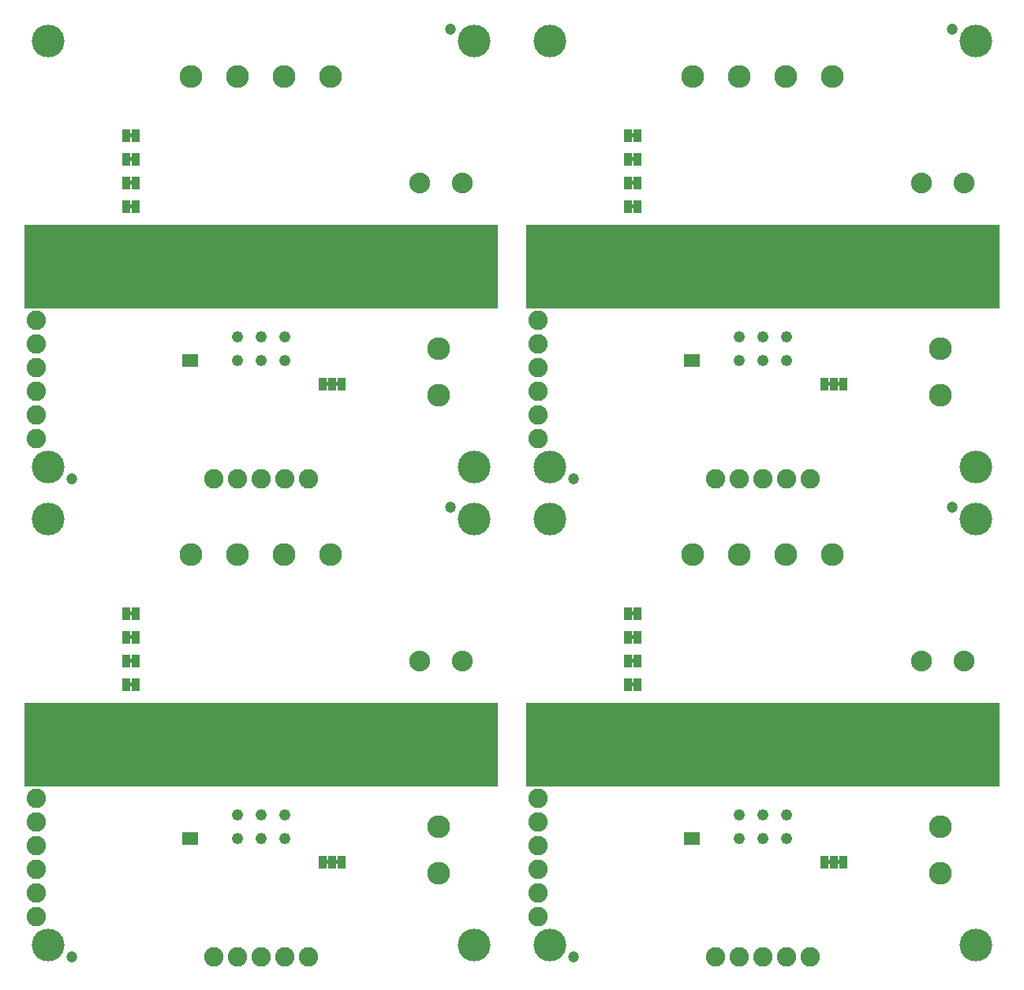
<source format=gbs>
G75*
%MOIN*%
%OFA0B0*%
%FSLAX25Y25*%
%IPPOS*%
%LPD*%
%AMOC8*
5,1,8,0,0,1.08239X$1,22.5*
%
%ADD10R,2.00000X0.35500*%
%ADD11C,0.13800*%
%ADD12C,0.08800*%
%ADD13C,0.08200*%
%ADD14R,0.03300X0.05800*%
%ADD15C,0.00500*%
%ADD16C,0.04808*%
%ADD17C,0.09658*%
%ADD18C,0.04737*%
D10*
X0138750Y0123250D03*
X0350750Y0123250D03*
X0350750Y0325250D03*
X0138750Y0325250D03*
D11*
X0048750Y0038500D03*
X0228750Y0038500D03*
X0260750Y0038500D03*
X0440750Y0038500D03*
X0440750Y0218500D03*
X0440750Y0240500D03*
X0260750Y0240500D03*
X0260750Y0218500D03*
X0228750Y0218500D03*
X0228750Y0240500D03*
X0048750Y0240500D03*
X0048750Y0218500D03*
X0048750Y0420500D03*
X0228750Y0420500D03*
X0260750Y0420500D03*
X0440750Y0420500D03*
D12*
X0435750Y0360500D03*
X0417750Y0360500D03*
X0223750Y0360500D03*
X0205750Y0360500D03*
X0205750Y0158500D03*
X0223750Y0158500D03*
X0417750Y0158500D03*
X0435750Y0158500D03*
D13*
X0370750Y0235500D03*
X0360750Y0235500D03*
X0350750Y0235500D03*
X0340750Y0235500D03*
X0330750Y0235500D03*
X0255750Y0252500D03*
X0255750Y0262500D03*
X0255750Y0272500D03*
X0255750Y0282500D03*
X0255750Y0292500D03*
X0255750Y0302500D03*
X0158750Y0235500D03*
X0148750Y0235500D03*
X0138750Y0235500D03*
X0128750Y0235500D03*
X0118750Y0235500D03*
X0043750Y0252500D03*
X0043750Y0262500D03*
X0043750Y0272500D03*
X0043750Y0282500D03*
X0043750Y0292500D03*
X0043750Y0302500D03*
X0043750Y0100500D03*
X0043750Y0090500D03*
X0043750Y0080500D03*
X0043750Y0070500D03*
X0043750Y0060500D03*
X0043750Y0050500D03*
X0118750Y0033500D03*
X0128750Y0033500D03*
X0138750Y0033500D03*
X0148750Y0033500D03*
X0158750Y0033500D03*
X0255750Y0050500D03*
X0255750Y0060500D03*
X0255750Y0070500D03*
X0255750Y0080500D03*
X0255750Y0090500D03*
X0255750Y0100500D03*
X0330750Y0033500D03*
X0340750Y0033500D03*
X0350750Y0033500D03*
X0360750Y0033500D03*
X0370750Y0033500D03*
D14*
X0376750Y0073500D03*
X0380750Y0073500D03*
X0384750Y0073500D03*
X0322350Y0083500D03*
X0319150Y0083500D03*
X0297750Y0148500D03*
X0293750Y0148500D03*
X0293750Y0158500D03*
X0297750Y0158500D03*
X0297750Y0168500D03*
X0293750Y0168500D03*
X0293750Y0178500D03*
X0297750Y0178500D03*
X0376750Y0275500D03*
X0380750Y0275500D03*
X0384750Y0275500D03*
X0322350Y0285500D03*
X0319150Y0285500D03*
X0297750Y0350500D03*
X0293750Y0350500D03*
X0293750Y0360500D03*
X0297750Y0360500D03*
X0297750Y0370500D03*
X0293750Y0370500D03*
X0293750Y0380500D03*
X0297750Y0380500D03*
X0172750Y0275500D03*
X0168750Y0275500D03*
X0164750Y0275500D03*
X0110350Y0285500D03*
X0107150Y0285500D03*
X0085750Y0350500D03*
X0081750Y0350500D03*
X0081750Y0360500D03*
X0085750Y0360500D03*
X0085750Y0370500D03*
X0081750Y0370500D03*
X0081750Y0380500D03*
X0085750Y0380500D03*
X0085750Y0178500D03*
X0081750Y0178500D03*
X0081750Y0168500D03*
X0085750Y0168500D03*
X0085750Y0158500D03*
X0081750Y0158500D03*
X0081750Y0148500D03*
X0085750Y0148500D03*
X0107150Y0083500D03*
X0110350Y0083500D03*
X0164750Y0073500D03*
X0168750Y0073500D03*
X0172750Y0073500D03*
D15*
X0171500Y0073366D02*
X0170000Y0073366D01*
X0170000Y0073000D02*
X0171500Y0073000D01*
X0171500Y0074000D01*
X0170000Y0074000D01*
X0170000Y0073000D01*
X0170000Y0073865D02*
X0171500Y0073865D01*
X0167500Y0073865D02*
X0166000Y0073865D01*
X0166000Y0074000D02*
X0166000Y0073000D01*
X0167500Y0073000D01*
X0167500Y0074000D01*
X0166000Y0074000D01*
X0166000Y0073366D02*
X0167500Y0073366D01*
X0084500Y0148000D02*
X0084500Y0149000D01*
X0083000Y0149000D01*
X0083000Y0148000D01*
X0084500Y0148000D01*
X0084500Y0148143D02*
X0083000Y0148143D01*
X0083000Y0148641D02*
X0084500Y0148641D01*
X0084500Y0158000D02*
X0084500Y0159000D01*
X0083000Y0159000D01*
X0083000Y0158000D01*
X0084500Y0158000D01*
X0084500Y0158113D02*
X0083000Y0158113D01*
X0083000Y0158611D02*
X0084500Y0158611D01*
X0084500Y0168000D02*
X0084500Y0169000D01*
X0083000Y0169000D01*
X0083000Y0168000D01*
X0084500Y0168000D01*
X0084500Y0168083D02*
X0083000Y0168083D01*
X0083000Y0168582D02*
X0084500Y0168582D01*
X0084500Y0178000D02*
X0084500Y0179000D01*
X0083000Y0179000D01*
X0083000Y0178000D01*
X0084500Y0178000D01*
X0084500Y0178053D02*
X0083000Y0178053D01*
X0083000Y0178552D02*
X0084500Y0178552D01*
X0166000Y0275000D02*
X0167500Y0275000D01*
X0167500Y0276000D01*
X0166000Y0276000D01*
X0166000Y0275000D01*
X0166000Y0275263D02*
X0167500Y0275263D01*
X0167500Y0275762D02*
X0166000Y0275762D01*
X0170000Y0275762D02*
X0171500Y0275762D01*
X0171500Y0276000D02*
X0171500Y0275000D01*
X0170000Y0275000D01*
X0170000Y0276000D01*
X0171500Y0276000D01*
X0171500Y0275263D02*
X0170000Y0275263D01*
X0084500Y0350000D02*
X0084500Y0351000D01*
X0083000Y0351000D01*
X0083000Y0350000D01*
X0084500Y0350000D01*
X0084500Y0350040D02*
X0083000Y0350040D01*
X0083000Y0350538D02*
X0084500Y0350538D01*
X0084500Y0360000D02*
X0084500Y0361000D01*
X0083000Y0361000D01*
X0083000Y0360000D01*
X0084500Y0360000D01*
X0084500Y0360010D02*
X0083000Y0360010D01*
X0083000Y0360509D02*
X0084500Y0360509D01*
X0084500Y0370000D02*
X0084500Y0371000D01*
X0083000Y0371000D01*
X0083000Y0370000D01*
X0084500Y0370000D01*
X0084500Y0370479D02*
X0083000Y0370479D01*
X0083000Y0370977D02*
X0084500Y0370977D01*
X0084500Y0380000D02*
X0084500Y0381000D01*
X0083000Y0381000D01*
X0083000Y0380000D01*
X0084500Y0380000D01*
X0084500Y0380449D02*
X0083000Y0380449D01*
X0083000Y0380948D02*
X0084500Y0380948D01*
X0295000Y0380948D02*
X0296500Y0380948D01*
X0296500Y0381000D02*
X0296500Y0380000D01*
X0295000Y0380000D01*
X0295000Y0381000D01*
X0296500Y0381000D01*
X0296500Y0380449D02*
X0295000Y0380449D01*
X0295000Y0371000D02*
X0295000Y0370000D01*
X0296500Y0370000D01*
X0296500Y0371000D01*
X0295000Y0371000D01*
X0295000Y0370977D02*
X0296500Y0370977D01*
X0296500Y0370479D02*
X0295000Y0370479D01*
X0295000Y0361000D02*
X0295000Y0360000D01*
X0296500Y0360000D01*
X0296500Y0361000D01*
X0295000Y0361000D01*
X0295000Y0360509D02*
X0296500Y0360509D01*
X0296500Y0360010D02*
X0295000Y0360010D01*
X0295000Y0351000D02*
X0295000Y0350000D01*
X0296500Y0350000D01*
X0296500Y0351000D01*
X0295000Y0351000D01*
X0295000Y0350538D02*
X0296500Y0350538D01*
X0296500Y0350040D02*
X0295000Y0350040D01*
X0378000Y0276000D02*
X0378000Y0275000D01*
X0379500Y0275000D01*
X0379500Y0276000D01*
X0378000Y0276000D01*
X0378000Y0275762D02*
X0379500Y0275762D01*
X0379500Y0275263D02*
X0378000Y0275263D01*
X0382000Y0275263D02*
X0383500Y0275263D01*
X0383500Y0275000D02*
X0383500Y0276000D01*
X0382000Y0276000D01*
X0382000Y0275000D01*
X0383500Y0275000D01*
X0383500Y0275762D02*
X0382000Y0275762D01*
X0296500Y0179000D02*
X0296500Y0178000D01*
X0295000Y0178000D01*
X0295000Y0179000D01*
X0296500Y0179000D01*
X0296500Y0178552D02*
X0295000Y0178552D01*
X0295000Y0178053D02*
X0296500Y0178053D01*
X0296500Y0169000D02*
X0296500Y0168000D01*
X0295000Y0168000D01*
X0295000Y0169000D01*
X0296500Y0169000D01*
X0296500Y0168582D02*
X0295000Y0168582D01*
X0295000Y0168083D02*
X0296500Y0168083D01*
X0296500Y0159000D02*
X0296500Y0158000D01*
X0295000Y0158000D01*
X0295000Y0159000D01*
X0296500Y0159000D01*
X0296500Y0158611D02*
X0295000Y0158611D01*
X0295000Y0158113D02*
X0296500Y0158113D01*
X0296500Y0149000D02*
X0296500Y0148000D01*
X0295000Y0148000D01*
X0295000Y0149000D01*
X0296500Y0149000D01*
X0296500Y0148641D02*
X0295000Y0148641D01*
X0295000Y0148143D02*
X0296500Y0148143D01*
X0378000Y0074000D02*
X0378000Y0073000D01*
X0379500Y0073000D01*
X0379500Y0074000D01*
X0378000Y0074000D01*
X0378000Y0073865D02*
X0379500Y0073865D01*
X0379500Y0073366D02*
X0378000Y0073366D01*
X0382000Y0073366D02*
X0383500Y0073366D01*
X0383500Y0073000D02*
X0383500Y0074000D01*
X0382000Y0074000D01*
X0382000Y0073000D01*
X0383500Y0073000D01*
X0383500Y0073865D02*
X0382000Y0073865D01*
D16*
X0360750Y0083500D03*
X0350750Y0083500D03*
X0350750Y0093500D03*
X0360750Y0093500D03*
X0340750Y0093500D03*
X0340750Y0083500D03*
X0148750Y0083500D03*
X0148750Y0093500D03*
X0138750Y0093500D03*
X0138750Y0083500D03*
X0128750Y0083500D03*
X0128750Y0093500D03*
X0128750Y0285500D03*
X0128750Y0295500D03*
X0138750Y0295500D03*
X0138750Y0285500D03*
X0148750Y0285500D03*
X0148750Y0295500D03*
X0340750Y0295500D03*
X0340750Y0285500D03*
X0350750Y0285500D03*
X0360750Y0285500D03*
X0360750Y0295500D03*
X0350750Y0295500D03*
D17*
X0425750Y0290343D03*
X0425750Y0270657D03*
X0380278Y0203500D03*
X0360593Y0203500D03*
X0340907Y0203500D03*
X0321222Y0203500D03*
X0213750Y0270657D03*
X0213750Y0290343D03*
X0168278Y0203500D03*
X0148593Y0203500D03*
X0128907Y0203500D03*
X0109222Y0203500D03*
X0213750Y0088343D03*
X0213750Y0068657D03*
X0425750Y0068657D03*
X0425750Y0088343D03*
X0380278Y0405500D03*
X0360593Y0405500D03*
X0340907Y0405500D03*
X0321222Y0405500D03*
X0168278Y0405500D03*
X0148593Y0405500D03*
X0128907Y0405500D03*
X0109222Y0405500D03*
D18*
X0218750Y0425500D03*
X0430750Y0425500D03*
X0270750Y0235500D03*
X0218750Y0223500D03*
X0058750Y0235500D03*
X0058750Y0033500D03*
X0270750Y0033500D03*
X0430750Y0223500D03*
M02*

</source>
